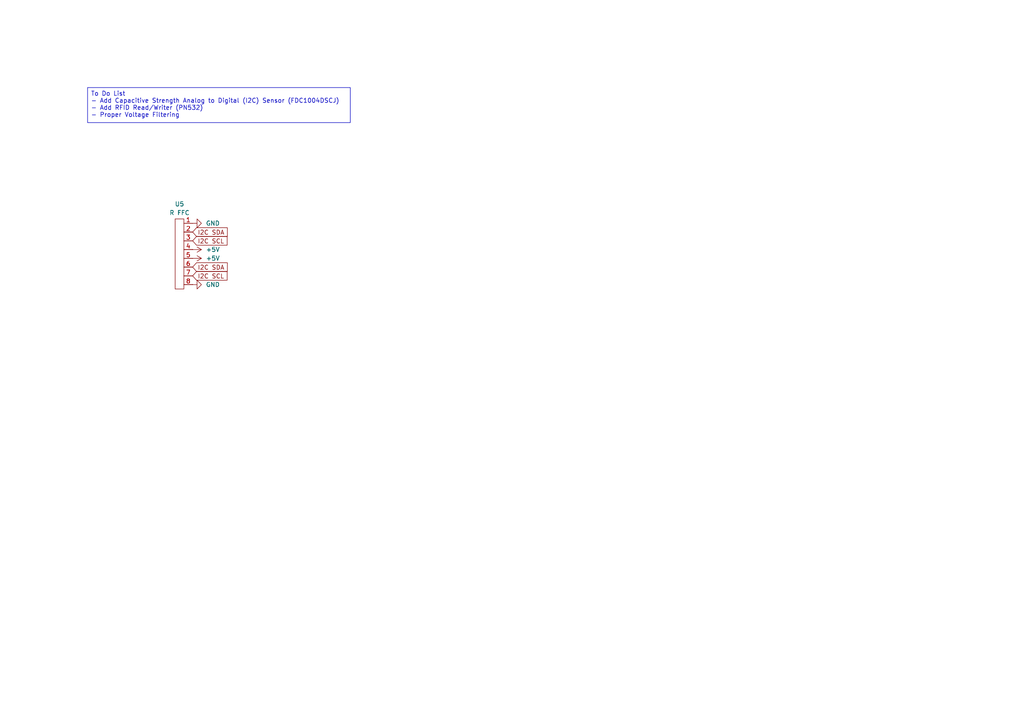
<source format=kicad_sch>
(kicad_sch (version 20250114) (generator "eeschema") (generator_version "9.0")
  (paper "A4")
  (lib_symbols
    (symbol "FFC:FFC-8"
      (property "Reference" "U" (at 0 11.684 0))
      (symbol "FFC-8_0_1"
        (rectangle (start -1.27 10.16) (end 1.27 -10.16))
      )
      (symbol "FFC-8_1_1"
        (pin input line (at 3.81 8.89 180) (length 2.54) (name "") (number "1"))
        (pin input line (at 3.81 6.35 180) (length 2.54) (name "") (number "2"))
        (pin input line (at 3.81 3.81 180) (length 2.54) (name "") (number "3"))
        (pin input line (at 3.81 1.27 180) (length 2.54) (name "") (number "4"))
        (pin input line (at 3.81 -1.27 180) (length 2.54) (name "") (number "5"))
        (pin input line (at 3.81 -3.81 180) (length 2.54) (name "") (number "6"))
        (pin input line (at 3.81 -6.35 180) (length 2.54) (name "") (number "7"))
        (pin input line (at 3.81 -8.89 180) (length 2.54) (name "") (number "8"))
      )
    )
    (symbol "power:+5V" (power) (pin_numbers (hide yes)) (pin_names (offset 0) (hide yes))
      (property "Value" "+5V" (at 0 3.556 0))
      (symbol "+5V_0_1"
        (polyline (pts (xy -0.762 1.27) (xy 0 2.54)))
        (polyline (pts (xy 0 2.54) (xy 0.762 1.27)))
        (polyline (pts (xy 0 0) (xy 0 2.54)))
      )
      (symbol "+5V_1_1"
        (pin power_in line (at 0 0 90) (length 0) (name "~") (number "1"))
      )
    )
    (symbol "power:GND" (power) (pin_numbers (hide yes)) (pin_names (offset 0) (hide yes))
      (property "Value" "GND" (at 0 -3.81 0))
      (symbol "GND_0_1"
        (polyline (pts (xy 0 0) (xy 0 -1.27) (xy 1.27 -1.27) (xy 0 -2.54) (xy -1.27 -1.27) (xy 0 -1.27)))
      )
      (symbol "GND_1_1"
        (pin power_in line (at 0 0 270) (length 0) (name "~") (number "1"))
      )
    )
  )
  (text_box "To Do List\n- Add Capacitive Strength Analog to Digital (I2C) Sensor (FDC1004DSCJ)\n- Add RFID Read/Writer (PN532)\n- Proper Voltage Filtering" (at 25.4 25.4 0) (size 76.2 10.16) (margins 0.9525 0.9525 0.9525 0.9525) (effects (font (size 1.27 1.27)) (justify left top)))
  (global_label "I2C SCL" (shape input) (at 55.88 69.85 0) (property "Intersheetrefs" "${INTERSHEET_REFS}" (effects (hide yes))))
  (global_label "I2C SDA" (shape input) (at 55.88 77.47 0) (property "Intersheetrefs" "${INTERSHEET_REFS}" (effects (hide yes))))
  (global_label "I2C SDA" (shape input) (at 55.88 67.31 0) (property "Intersheetrefs" "${INTERSHEET_REFS}" (effects (hide yes))))
  (global_label "I2C SCL" (shape input) (at 55.88 80.01 0) (property "Intersheetrefs" "${INTERSHEET_REFS}" (effects (hide yes))))
  (symbol (lib_id "power:+5V") (at 55.88 72.39 270) (unit 1)
    (property "Reference" "#PWR026" (effects (hide yes)))
    (property "Value" "+5V" (at 59.69 72.3899 90) (effects (justify left)))
    (property "Description" "Power symbol creates a global label with name \"+5V\"" (effects (hide yes)))
  )
  (symbol (lib_id "power:GND") (at 55.88 82.55 90) (unit 1)
    (property "Reference" "#PWR028" (effects (hide yes)))
    (property "Value" "GND" (at 59.69 82.5499 90) (effects (justify right)))
    (property "Description" "Power symbol creates a global label with name \"GND\" , ground" (effects (hide yes)))
  )
  (symbol (lib_id "FFC:FFC-8") (at 52.07 73.66 0) (unit 1)
    (property "Reference" "U5" (at 52.07 59.182 0))
    (property "Value" "R FFC" (at 52.07 61.722 0))
    (property "Footprint" "FFC:FFC-8-0.5" (effects (hide yes)))
  )
  (symbol (lib_id "power:+5V") (at 55.88 74.93 270) (unit 1)
    (property "Reference" "#PWR027" (effects (hide yes)))
    (property "Value" "+5V" (at 59.69 74.9299 90) (effects (justify left)))
    (property "Description" "Power symbol creates a global label with name \"+5V\"" (effects (hide yes)))
  )
  (symbol (lib_id "power:GND") (at 55.88 64.77 90) (unit 1)
    (property "Reference" "#PWR025" (effects (hide yes)))
    (property "Value" "GND" (at 59.69 64.7699 90) (effects (justify right)))
    (property "Description" "Power symbol creates a global label with name \"GND\" , ground" (effects (hide yes)))
  )
)
</source>
